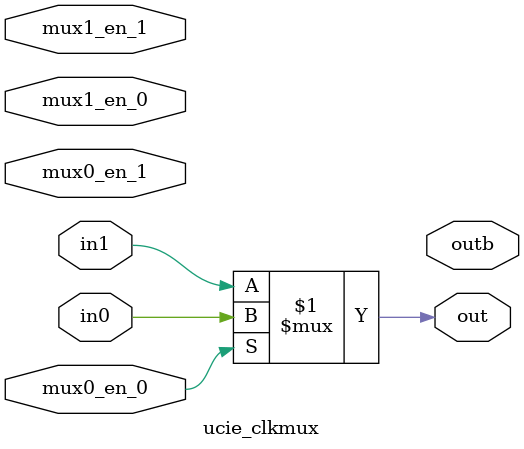
<source format=v>
module ucie_clkmux(
 input in0, in1,
 input mux0_en_0, mux0_en_1,
 input mux1_en_0, mux1_en_1,
 output out, outb
);
 assign out = mux0_en_0 ? in0 : in1;
endmodule

</source>
